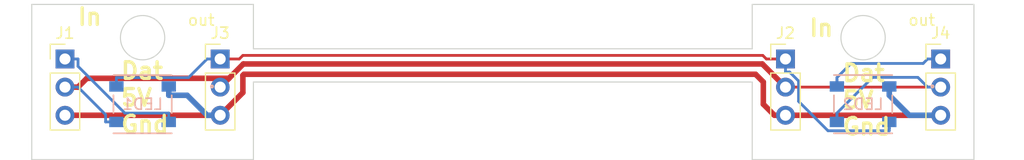
<source format=kicad_pcb>
(kicad_pcb (version 20221018) (generator pcbnew)
  (layers (0 "F.Cu" signal) (31 "B.Cu" signal) (34 "B.Paste" user) (35 "F.Paste" user) (36 "B.SilkS" user "B.Silkscreen") (37 "F.SilkS" user "F.Silkscreen") (38 "B.Mask" user) (39 "F.Mask" user) (44 "Edge.Cuts" user))
  (net 0 "")
  (net 1 "Net-(J1-Pin_1)")
  (net 2 "+5V")
  (net 3 "GND")
  (net 4 "/A")
  (net 5 "/B")
  (footprint "Connector_PinHeader_2.54mm:PinHeader_1x03_P2.54mm_Vertical" (layer "F.Cu") (at 105 74.92)
    (fp_text reference "J2" (at 0 -2.33) (layer "F.SilkS"))
    (fp_text value "Conn_01x03_Socket")
    (fp_line (start -1.33 -1.33) (end 0 -1.33) (stroke (width 0.12)) (layer "F.SilkS"))
    (fp_line (start -1.33 0) (end -1.33 -1.33) (stroke (width 0.12)) (layer "F.SilkS"))
    (fp_line (start -1.33 1.27) (end -1.33 6.41) (stroke (width 0.12)) (layer "F.SilkS"))
    (fp_line (start -1.33 1.27) (end 1.33 1.27) (stroke (width 0.12)) (layer "F.SilkS"))
    (fp_line (start -1.33 6.41) (end 1.33 6.41) (stroke (width 0.12)) (layer "F.SilkS"))
    (fp_line (start 1.33 1.27) (end 1.33 6.41) (stroke (width 0.12)) (layer "F.SilkS"))
    (pad "1" thru_hole rect (at 0 0) (size 1.7 1.7) (drill 1) (layers "*.Cu" "*.Mask") (net 4 "/A"))
    (pad "2" thru_hole oval (at 0 2.54) (size 1.7 1.7) (drill 1) (layers "*.Cu" "*.Mask") (net 2 "+5V"))
    (pad "3" thru_hole oval (at 0 5.08) (size 1.7 1.7) (drill 1) (layers "*.Cu" "*.Mask") (net 3 "GND"))
  )
  (footprint "Connector_PinHeader_2.54mm:PinHeader_1x03_P2.54mm_Vertical" (layer "F.Cu") (at 119 74.92)
    (fp_text reference "J4" (at 0 -2.33) (layer "F.SilkS"))
    (fp_text value "Conn_01x03_Socket")
    (fp_line (start -1.33 -1.33) (end 0 -1.33) (stroke (width 0.12)) (layer "F.SilkS"))
    (fp_line (start -1.33 0) (end -1.33 -1.33) (stroke (width 0.12)) (layer "F.SilkS"))
    (fp_line (start -1.33 1.27) (end -1.33 6.41) (stroke (width 0.12)) (layer "F.SilkS"))
    (fp_line (start -1.33 1.27) (end 1.33 1.27) (stroke (width 0.12)) (layer "F.SilkS"))
    (fp_line (start -1.33 6.41) (end 1.33 6.41) (stroke (width 0.12)) (layer "F.SilkS"))
    (fp_line (start 1.33 1.27) (end 1.33 6.41) (stroke (width 0.12)) (layer "F.SilkS"))
    (pad "1" thru_hole rect (at 0 0) (size 1.7 1.7) (drill 1) (layers "*.Cu" "*.Mask") (net 5 "/B"))
    (pad "2" thru_hole oval (at 0 2.54) (size 1.7 1.7) (drill 1) (layers "*.Cu" "*.Mask") (net 2 "+5V"))
    (pad "3" thru_hole oval (at 0 5.08) (size 1.7 1.7) (drill 1) (layers "*.Cu" "*.Mask") (net 3 "GND"))
  )
  (footprint "Connector_PinHeader_2.54mm:PinHeader_1x03_P2.54mm_Vertical" (layer "F.Cu") (at 40 74.92)
    (fp_text reference "J1" (at 0 -2.33) (layer "F.SilkS"))
    (fp_text value "LED Strip Conn")
    (fp_line (start -1.33 -1.33) (end 0 -1.33) (stroke (width 0.12)) (layer "F.SilkS"))
    (fp_line (start -1.33 0) (end -1.33 -1.33) (stroke (width 0.12)) (layer "F.SilkS"))
    (fp_line (start -1.33 1.27) (end -1.33 6.41) (stroke (width 0.12)) (layer "F.SilkS"))
    (fp_line (start -1.33 1.27) (end 1.33 1.27) (stroke (width 0.12)) (layer "F.SilkS"))
    (fp_line (start -1.33 6.41) (end 1.33 6.41) (stroke (width 0.12)) (layer "F.SilkS"))
    (fp_line (start 1.33 1.27) (end 1.33 6.41) (stroke (width 0.12)) (layer "F.SilkS"))
    (pad "1" thru_hole rect (at 0 0) (size 1.7 1.7) (drill 1) (layers "*.Cu" "*.Mask") (net 1 "Net-(J1-Pin_1)"))
    (pad "2" thru_hole oval (at 0 2.54) (size 1.7 1.7) (drill 1) (layers "*.Cu" "*.Mask") (net 2 "+5V"))
    (pad "3" thru_hole oval (at 0 5.08) (size 1.7 1.7) (drill 1) (layers "*.Cu" "*.Mask") (net 3 "GND"))
  )
  (footprint "Connector_PinHeader_2.54mm:PinHeader_1x03_P2.54mm_Vertical" (layer "F.Cu") (at 54 74.92)
    (fp_text reference "J3" (at 0 -2.33) (layer "F.SilkS"))
    (fp_text value "LED Strip Conn")
    (fp_line (start -1.33 -1.33) (end 0 -1.33) (stroke (width 0.12)) (layer "F.SilkS"))
    (fp_line (start -1.33 0) (end -1.33 -1.33) (stroke (width 0.12)) (layer "F.SilkS"))
    (fp_line (start -1.33 1.27) (end -1.33 6.41) (stroke (width 0.12)) (layer "F.SilkS"))
    (fp_line (start -1.33 1.27) (end 1.33 1.27) (stroke (width 0.12)) (layer "F.SilkS"))
    (fp_line (start -1.33 6.41) (end 1.33 6.41) (stroke (width 0.12)) (layer "F.SilkS"))
    (fp_line (start 1.33 1.27) (end 1.33 6.41) (stroke (width 0.12)) (layer "F.SilkS"))
    (pad "1" thru_hole rect (at 0 0) (size 1.7 1.7) (drill 1) (layers "*.Cu" "*.Mask") (net 4 "/A"))
    (pad "2" thru_hole oval (at 0 2.54) (size 1.7 1.7) (drill 1) (layers "*.Cu" "*.Mask") (net 2 "+5V"))
    (pad "3" thru_hole oval (at 0 5.08) (size 1.7 1.7) (drill 1) (layers "*.Cu" "*.Mask") (net 3 "GND"))
  )
  (footprint "Relay_parts:LED_IN-PI55TAT_INL" (layer "B.Cu") (at 112 79 180)
    (fp_text reference "LED2" (at 0 0 unlocked) (layer "B.SilkS") (effects (justify mirror)))
    (fp_text value "IN-PI55TATPRPGPB")
    (fp_line (start -2.6289 -2.6289) (end 2.6289 -2.6289) (stroke (width 0.1524)) (layer "B.SilkS"))
    (fp_line (start -2.6289 0.797359) (end -2.6289 -0.797359) (stroke (width 0.1524)) (layer "B.SilkS"))
    (fp_line (start 2.6289 -0.797359) (end 2.6289 0.797359) (stroke (width 0.1524)) (layer "B.SilkS"))
    (fp_line (start 2.6289 2.6289) (end -2.6289 2.6289) (stroke (width 0.1524)) (layer "B.SilkS"))
    (fp_circle (center -6.260701 1.600001) (end -6.159101 1.600001) (stroke (width 0.1524)) (fill none) (layer "B.SilkS"))
    (pad "1" smd rect (at -2.3622 1.599999 180) (size 1.2954 0.9398) (layers "B.Cu" "B.Paste" "B.Mask") (net 3 "GND"))
    (pad "2" smd rect (at 2.3622 1.599999 180) (size 1.2954 0.9398) (layers "B.Cu" "B.Paste" "B.Mask") (net 5 "/B"))
    (pad "3" smd rect (at -2.3622 -1.599999 180) (size 1.2954 0.9398) (layers "B.Cu" "B.Paste" "B.Mask") (net 4 "/A"))
    (pad "4" smd rect (at 2.3622 -1.599999 180) (size 1.2954 0.9398) (layers "B.Cu" "B.Paste" "B.Mask") (net 2 "+5V"))
  )
  (footprint "Relay_parts:LED_IN-PI55TAT_INL" (layer "B.Cu") (at 47 79 180)
    (fp_text reference "LED1" (at 0 0 unlocked) (layer "B.SilkS") (effects (justify mirror)))
    (fp_text value "IN-PI55TATPRPGPB")
    (fp_line (start -2.6289 -2.6289) (end 2.6289 -2.6289) (stroke (width 0.1524)) (layer "B.SilkS"))
    (fp_line (start -2.6289 0.797359) (end -2.6289 -0.797359) (stroke (width 0.1524)) (layer "B.SilkS"))
    (fp_line (start 2.6289 -0.797359) (end 2.6289 0.797359) (stroke (width 0.1524)) (layer "B.SilkS"))
    (fp_line (start 2.6289 2.6289) (end -2.6289 2.6289) (stroke (width 0.1524)) (layer "B.SilkS"))
    (fp_circle (center -6.260701 1.600001) (end -6.159101 1.600001) (stroke (width 0.1524)) (fill none) (layer "B.SilkS"))
    (pad "1" smd rect (at -2.3622 1.599999 180) (size 1.2954 0.9398) (layers "B.Cu" "B.Paste" "B.Mask") (net 3 "GND"))
    (pad "2" smd rect (at 2.3622 1.599999 180) (size 1.2954 0.9398) (layers "B.Cu" "B.Paste" "B.Mask") (net 4 "/A"))
    (pad "3" smd rect (at -2.3622 -1.599999 180) (size 1.2954 0.9398) (layers "B.Cu" "B.Paste" "B.Mask") (net 1 "Net-(J1-Pin_1)"))
    (pad "4" smd rect (at 2.3622 -1.599999 180) (size 1.2954 0.9398) (layers "B.Cu" "B.Paste" "B.Mask") (net 2 "+5V"))
  )
  (gr_line (start 57 74) (end 57 70) (stroke (width 0.1)) (layer "Edge.Cuts"))
  (gr_line (start 102 84) (end 122 84) (stroke (width 0.1)) (layer "Edge.Cuts"))
  (gr_line (start 102 77) (end 102 84) (stroke (width 0.1)) (layer "Edge.Cuts"))
  (gr_line (start 37 70) (end 37 84) (stroke (width 0.1)) (layer "Edge.Cuts"))
  (gr_line (start 37 70) (end 57 70) (stroke (width 0.1)) (layer "Edge.Cuts"))
  (gr_line (start 57 77) (end 102 77) (stroke (width 0.1)) (layer "Edge.Cuts"))
  (gr_line (start 57 84) (end 37 84) (stroke (width 0.1)) (layer "Edge.Cuts"))
  (gr_line (start 122 70) (end 122 84) (stroke (width 0.1)) (layer "Edge.Cuts"))
  (gr_line (start 102 74) (end 102 70) (stroke (width 0.1)) (layer "Edge.Cuts"))
  (gr_circle (center 47 73) (end 49 73) (stroke (width 0.1)) (fill none) (layer "Edge.Cuts"))
  (gr_circle (center 112 73) (end 110 73) (stroke (width 0.1)) (fill none) (layer "Edge.Cuts"))
  (gr_line (start 57 74) (end 102 74) (stroke (width 0.1)) (layer "Edge.Cuts"))
  (gr_line (start 57 84) (end 57 77) (stroke (width 0.1)) (layer "Edge.Cuts"))
  (gr_line (start 102 70) (end 122 70) (stroke (width 0.1)) (layer "Edge.Cuts"))
  (gr_text "Dat\n5V\nGnd\n" (at 44.9 81.7) (layer "F.SilkS") (effects (font (size 1.5 1.5) (thickness 0.3) bold) (justify left bottom)))
  (gr_text "out\n" (at 51 72) (layer "F.SilkS") (effects (font (size 1 1)) (justify left bottom)))
  (gr_text "In\n" (at 41 72) (layer "F.SilkS") (effects (font (size 1.5 1.5) (thickness 0.3) bold) (justify left bottom)))
  (gr_text "out\n" (at 116 72) (layer "F.SilkS") (effects (font (size 1 1)) (justify left bottom)))
  (gr_text "Dat\n5V\nGnd\n" (at 110 81.9) (layer "F.SilkS") (effects (font (size 1.5 1.5) (thickness 0.3) bold) (justify left bottom)))
  (gr_text "In\n" (at 107 73) (layer "F.SilkS") (effects (font (size 1.5 1.5) (thickness 0.3) bold) (justify left bottom)))
  (segment (start 45.3981 79.8032) (end 49.3622 79.8032) (width 0.25) (layer "B.Cu") (net 1))
  (segment (start 41.1769 74.92) (end 41.1769 75.582) (width 0.25) (layer "B.Cu") (net 1))
  (segment (start 49.3622 80.6) (end 49.3622 79.8032) (width 0.25) (layer "B.Cu") (net 1))
  (segment (start 41.1769 75.582) (end 45.3981 79.8032) (width 0.25) (layer "B.Cu") (net 1))
  (segment (start 40 74.92) (end 41.1769 74.92) (width 0.25) (layer "B.Cu") (net 1))
  (segment (start 41.9719 76.665) (end 41.1769 77.46) (width 0.5) (layer "F.Cu") (net 2))
  (segment (start 54.795 76.665) (end 56.09 75.37) (width 0.5) (layer "F.Cu") (net 2))
  (segment (start 40 77.46) (end 41.1769 77.46) (width 0.5) (layer "F.Cu") (net 2))
  (segment (start 54 77.46) (end 54.795 76.665) (width 0.5) (layer "F.Cu") (net 2))
  (segment (start 54.795 76.665) (end 41.9719 76.665) (width 0.5) (layer "F.Cu") (net 2))
  (segment (start 105 77.46) (end 119 77.46) (width 0.25) (layer "F.Cu") (net 2))
  (segment (start 102.91 75.37) (end 105 77.46) (width 0.5) (layer "F.Cu") (net 2))
  (segment (start 56.09 75.37) (end 102.91 75.37) (width 0.5) (layer "F.Cu") (net 2))
  (segment (start 109.638 80.0026) (end 109.638 80.2016) (width 0.25) (layer "B.Cu") (net 2))
  (segment (start 109.638 80.0026) (end 109.638 80.2016) (width 0.25) (layer "B.Cu") (net 2))
  (segment (start 109.638 80.4008) (end 109.638 80.6) (width 0.25) (layer "B.Cu") (net 2))
  (segment (start 119 77.46) (end 117.823 77.46) (width 0.25) (layer "B.Cu") (net 2))
  (segment (start 112.861 76.5796) (end 109.638 79.8032) (width 0.25) (layer "B.Cu") (net 2))
  (segment (start 109.6378 80.401) (end 109.6378 80.6) (width 0.25) (layer "B.Cu") (net 2))
  (segment (start 41.1769 77.46) (end 43.6632 79.9463) (width 0.25) (layer "B.Cu") (net 2))
  (segment (start 109.638 80.0024) (end 109.638 80.0026) (width 0.25) (layer "B.Cu") (net 2))
  (segment (start 40 77.46) (end 41.1769 77.46) (width 0.25) (layer "B.Cu") (net 2))
  (segment (start 109.638 80.4008) (end 109.6378 80.401) (width 0.25) (layer "B.Cu") (net 2))
  (segment (start 109.638 79.8032) (end 109.638 80.0024) (width 0.25) (layer "B.Cu") (net 2))
  (segment (start 109.638 80.2016) (end 109.638 80.4008) (width 0.25) (layer "B.Cu") (net 2))
  (segment (start 43.6632 79.9463) (end 43.6632 80.6) (width 0.25) (layer "B.Cu") (net 2))
  (segment (start 44.6378 80.6) (end 43.6632 80.6) (width 0.25) (layer "B.Cu") (net 2))
  (segment (start 116.943 76.5796) (end 112.861 76.5796) (width 0.25) (layer "B.Cu") (net 2))
  (segment (start 117.823 77.46) (end 116.943 76.5796) (width 0.25) (layer "B.Cu") (net 2))
  (segment (start 109.638 80.0024) (end 109.638 80.0026) (width 0.25) (layer "B.Cu") (net 2))
  (segment (start 103 79) (end 104 80) (width 0.5) (layer "F.Cu") (net 3))
  (segment (start 56.0482 76.40175) (end 56.14995 76.3) (width 0.5) (layer "F.Cu") (net 3))
  (segment (start 104 80) (end 105 80) (width 0.5) (layer "F.Cu") (net 3))
  (segment (start 40 80) (end 54 80) (width 0.5) (layer "F.Cu") (net 3))
  (segment (start 56.0482 77.9518) (end 56.0482 76.40175) (width 0.5) (layer "F.Cu") (net 3))
  (segment (start 54 80) (end 56.0482 77.9518) (width 0.5) (layer "F.Cu") (net 3))
  (segment (start 103 77) (end 103 79) (width 0.5) (layer "F.Cu") (net 3))
  (segment (start 102.3 76.3) (end 103 77) (width 0.5) (layer "F.Cu") (net 3))
  (segment (start 105 80) (end 119 80) (width 0.5) (layer "F.Cu") (net 3))
  (segment (start 56.14995 76.3) (end 102.3 76.3) (width 0.5) (layer "F.Cu") (net 3))
  (segment (start 51.0199 78.1968) (end 52.8231 80) (width 0.5) (layer "B.Cu") (net 3))
  (segment (start 114.3622 77.599) (end 114.3622 77.4) (width 0.5) (layer "B.Cu") (net 3))
  (segment (start 116.165 80) (end 114.362 78.1968) (width 0.5) (layer "B.Cu") (net 3))
  (segment (start 49.3622 77.4) (end 49.3622 78.1968) (width 0.5) (layer "B.Cu") (net 3))
  (segment (start 114.362 77.9976) (end 114.362 77.9974) (width 0.5) (layer "B.Cu") (net 3))
  (segment (start 114.362 77.9974) (end 114.362 77.7984) (width 0.5) (layer "B.Cu") (net 3))
  (segment (start 114.362 77.5992) (end 114.362 77.4) (width 0.5) (layer "B.Cu") (net 3))
  (segment (start 119 80) (end 116.165 80) (width 0.5) (layer "B.Cu") (net 3))
  (segment (start 114.362 77.5992) (end 114.3622 77.599) (width 0.5) (layer "B.Cu") (net 3))
  (segment (start 114.362 77.7984) (end 114.362 77.5992) (width 0.5) (layer "B.Cu") (net 3))
  (segment (start 114.362 77.9976) (end 114.362 77.9974) (width 0.5) (layer "B.Cu") (net 3))
  (segment (start 114.362 78.1968) (end 114.362 77.9976) (width 0.5) (layer "B.Cu") (net 3))
  (segment (start 54 80) (end 52.8231 80) (width 0.5) (layer "B.Cu") (net 3))
  (segment (start 114.362 77.9974) (end 114.362 77.7984) (width 0.5) (layer "B.Cu") (net 3))
  (segment (start 49.3622 78.1968) (end 51.0199 78.1968) (width 0.5) (layer "B.Cu") (net 3))
  (segment (start 56.046827 74.6) (end 102.953173 74.6) (width 0.25) (layer "F.Cu") (net 4))
  (segment (start 55.726827 74.92) (end 56.046827 74.6) (width 0.25) (layer "F.Cu") (net 4))
  (segment (start 103.273173 74.92) (end 105 74.92) (width 0.25) (layer "F.Cu") (net 4))
  (segment (start 54 74.92) (end 55.726827 74.92) (width 0.25) (layer "F.Cu") (net 4))
  (segment (start 102.953173 74.6) (end 103.273173 74.92) (width 0.25) (layer "F.Cu") (net 4))
  (segment (start 114.3622 80.799) (end 114.3622 80.6) (width 0.25) (layer "B.Cu") (net 4))
  (segment (start 114.362 81.3968) (end 114.362 81.1976) (width 0.25) (layer "B.Cu") (net 4))
  (segment (start 114.362 81.1974) (end 114.362 80.9984) (width 0.25) (layer "B.Cu") (net 4))
  (segment (start 105 74.92) (end 105 76.0969) (width 0.25) (layer "B.Cu") (net 4))
  (segment (start 114.362 81.1976) (end 114.362 81.1974) (width 0.25) (layer "B.Cu") (net 4))
  (segment (start 114.362 80.9984) (end 114.362 80.7992) (width 0.25) (layer "B.Cu") (net 4))
  (segment (start 51.1399 76.6032) (end 44.6378 76.6032) (width 0.25) (layer "B.Cu") (net 4))
  (segment (start 114.362 81.1976) (end 114.362 81.1974) (width 0.25) (layer "B.Cu") (net 4))
  (segment (start 54 74.92) (end 52.8231 74.92) (width 0.25) (layer "B.Cu") (net 4))
  (segment (start 106.177 78.7392) (end 108.834 81.3968) (width 0.25) (layer "B.Cu") (net 4))
  (segment (start 105.368 76.0969) (end 106.177 76.9059) (width 0.25) (layer "B.Cu") (net 4))
  (segment (start 44.6378 77.4) (end 44.6378 76.6032) (width 0.25) (layer "B.Cu") (net 4))
  (segment (start 114.362 80.7992) (end 114.362 80.6) (width 0.25) (layer "B.Cu") (net 4))
  (segment (start 52.8231 74.92) (end 51.1399 76.6032) (width 0.25) (layer "B.Cu") (net 4))
  (segment (start 114.362 81.1974) (end 114.362 80.9984) (width 0.25) (layer "B.Cu") (net 4))
  (segment (start 105 76.0969) (end 105.368 76.0969) (width 0.25) (layer "B.Cu") (net 4))
  (segment (start 108.834 81.3968) (end 114.362 81.3968) (width 0.25) (layer "B.Cu") (net 4))
  (segment (start 114.362 80.7992) (end 114.3622 80.799) (width 0.25) (layer "B.Cu") (net 4))
  (segment (start 106.177 76.9059) (end 106.177 78.7392) (width 0.25) (layer "B.Cu") (net 4))
  (segment (start 117.419 75.3244) (end 110.917 75.3244) (width 0.25) (layer "B.Cu") (net 5))
  (segment (start 110.917 75.3244) (end 109.638 76.6032) (width 0.25) (layer "B.Cu") (net 5))
  (segment (start 109.638 76.8026) (end 109.638 77.0016) (width 0.25) (layer "B.Cu") (net 5))
  (segment (start 109.638 76.6032) (end 109.638 76.8024) (width 0.25) (layer "B.Cu") (net 5))
  (segment (start 109.638 76.8024) (end 109.638 76.8026) (width 0.25) (layer "B.Cu") (net 5))
  (segment (start 117.823 74.92) (end 117.419 75.3244) (width 0.25) (layer "B.Cu") (net 5))
  (segment (start 109.638 76.8024) (end 109.638 76.8026) (width 0.25) (layer "B.Cu") (net 5))
  (segment (start 109.638 76.8026) (end 109.638 77.0016) (width 0.25) (layer "B.Cu") (net 5))
  (segment (start 109.638 77.2008) (end 109.638 77.4) (width 0.25) (layer "B.Cu") (net 5))
  (segment (start 109.638 77.2008) (end 109.6378 77.201) (width 0.25) (layer "B.Cu") (net 5))
  (segment (start 109.6378 77.201) (end 109.6378 77.4) (width 0.25) (layer "B.Cu") (net 5))
  (segment (start 119 74.92) (end 117.823 74.92) (width 0.25) (layer "B.Cu") (net 5))
  (segment (start 109.638 77.0016) (end 109.638 77.2008) (width 0.25) (layer "B.Cu") (net 5))
)
</source>
